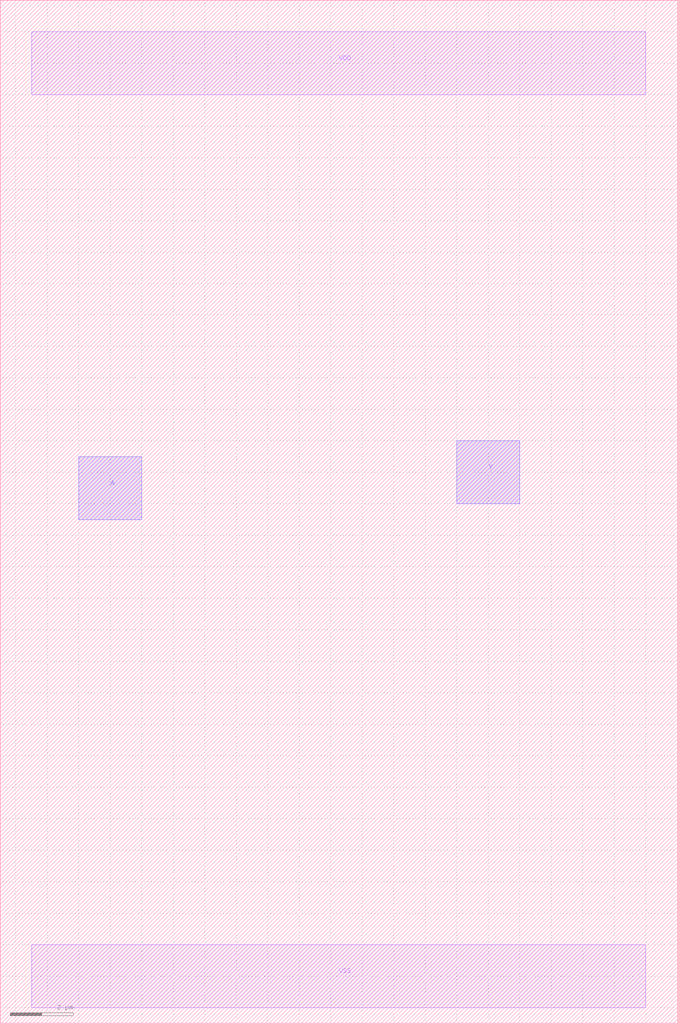
<source format=lef>
# C:/Users/akita/Documents/000lef
# Created by Glade release version 4.7.35 compiled on May 19 2020 19:14:35
# Run by akita on host LAPTOP-E0CJ65QR at Wed Jun  3 17:32:44 2020

VERSION 5.6 ;
NAMESCASESENSITIVE ON ;
BUSBITCHARS "[]" ;
DIVIDERCHAR "/"  ;
UNITS
    DATABASE MICRONS 1000 ;
END UNITS

MACRO buf4
    CLASS core ;
    FOREIGN buf4 -1.500 -1.500 ;
    ORIGIN 1.500 1.500 ;
    SIZE 21.500 BY 32.500 ;
    PIN Y
        DIRECTION OUTPUT ;
        USE SIGNAL ;
        PORT
        LAYER ML2 ;
        RECT 13.000 15.000 15.000 17.000 ;
        LAYER ML1 ;
        RECT 13.000 15.000 15.000 17.000 ;
        END
    END Y
    PIN VDD
        DIRECTION INOUT ;
        USE POWER ;
        PORT
        LAYER ML1 ;
        RECT -0.500 28.000 19.000 30.000 ;
        END
    END VDD
    PIN VSS
        DIRECTION INOUT ;
        USE GROUND ;
        PORT
        LAYER ML1 ;
        RECT -0.500 -1.000 19.000 1.000 ;
        END
    END VSS
    PIN A
        DIRECTION INPUT ;
        USE SIGNAL ;
        PORT
        LAYER ML2 ;
        RECT 1.000 14.500 3.000 16.500 ;
        LAYER ML1 ;
        RECT 1.000 14.500 3.000 16.500 ;
        END
    END A
    OBS
    END
END buf4

END LIBRARY

</source>
